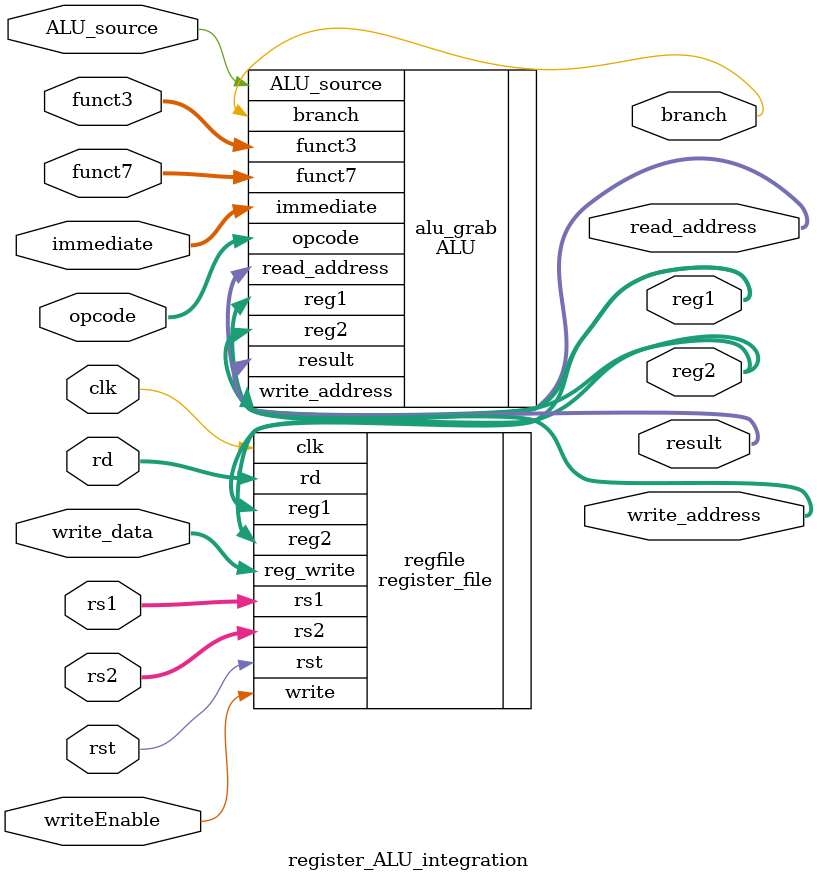
<source format=sv>
module register_ALU_integration(
    //registers
    input logic [31:0] write_data,
    input logic [4:0] rd, rs1, rs2,
    input logic clk, rst, writeEnable,

    //register & ALU is both an input and output
    output logic [31:0] reg1, reg2,

    //ALU
    input logic ALU_source,
    input logic [6:0] opcode, funct7,
    input logic [2:0] funct3,
    input logic [31:0] immediate,
    output logic [31:0] read_address, write_address, result,
    output logic branch
);
    register_file regfile ( 
        .reg_write(write_data),
        .rd(rd),
        .rs1(rs1),
        .rs2(rs2),
        .clk(clk),
        .rst(rst),
        .write(writeEnable),
        //outputs
        .reg1(reg1),
        .reg2(reg2)
        );

    ALU alu_grab(
        .ALU_source(ALU_source),
        .opcode(opcode),
        .funct3(funct3),
        .funct7(funct7),
        .reg1(reg1),
        .reg2(reg2),
        .immediate(immediate),
        //output
        .read_address(read_address),
        .write_address(write_address),
        .result(result),
        .branch(branch)
        );
endmodule
</source>
